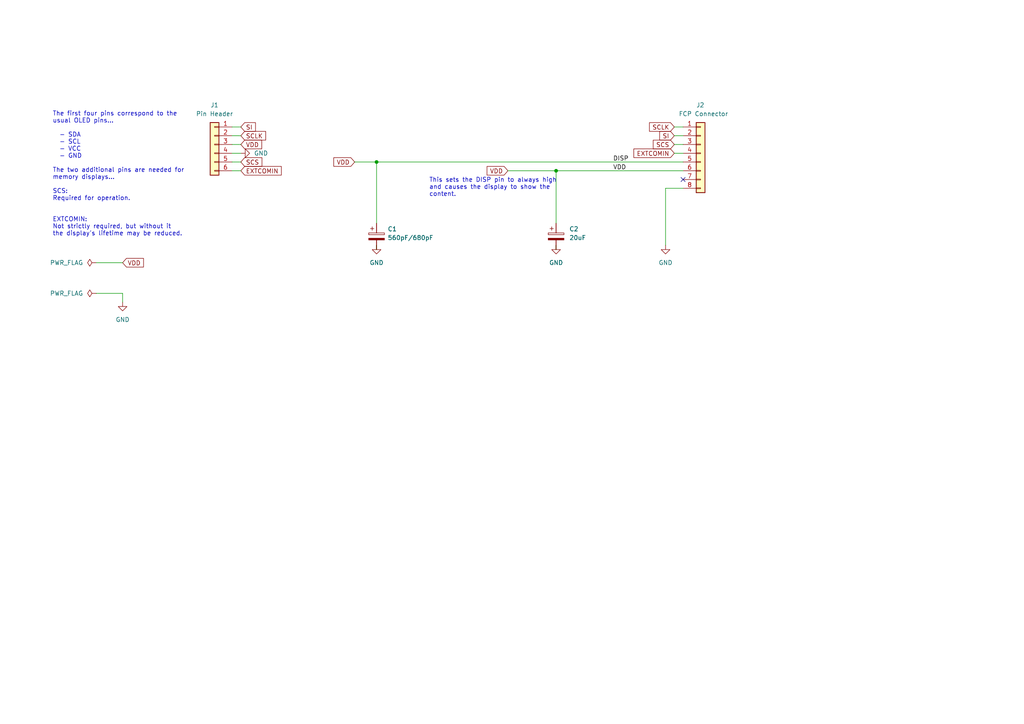
<source format=kicad_sch>
(kicad_sch (version 20211123) (generator eeschema)
  (paper "A4")
  (title_block (title "Sharp Memory Display Breakout Board (LS012B7DD01)") (date "2022-04-23") (rev "v0.1"))
  (lib_symbols
    (symbol "Connector_Generic:Conn_01x06" (pin_names (offset 1.016) hide)
      (property "Reference" "J" (at 0 7.62 0))
      (property "Value" "Conn_01x06" (at 0 -10.16 0))
      (symbol "Conn_01x06_1_1"
        (rectangle (start -1.27 -7.493) (end 0 -7.747) (stroke (width 0.1524)))
        (rectangle (start -1.27 -4.953) (end 0 -5.207) (stroke (width 0.1524)))
        (rectangle (start -1.27 -2.413) (end 0 -2.667) (stroke (width 0.1524)))
        (rectangle (start -1.27 0.127) (end 0 -0.127) (stroke (width 0.1524)))
        (rectangle (start -1.27 2.667) (end 0 2.413) (stroke (width 0.1524)))
        (rectangle (start -1.27 5.207) (end 0 4.953) (stroke (width 0.1524)))
        (rectangle (start -1.27 6.35) (end 1.27 -8.89) (stroke (width 0.254)) (fill (type background)))
        (pin passive line (at -5.08 5.08 0) (length 3.81) (name "Pin_1") (number "1"))
        (pin passive line (at -5.08 2.54 0) (length 3.81) (name "Pin_2") (number "2"))
        (pin passive line (at -5.08 0 0) (length 3.81) (name "Pin_3") (number "3"))
        (pin passive line (at -5.08 -2.54 0) (length 3.81) (name "Pin_4") (number "4"))
        (pin passive line (at -5.08 -5.08 0) (length 3.81) (name "Pin_5") (number "5"))
        (pin passive line (at -5.08 -7.62 0) (length 3.81) (name "Pin_6") (number "6"))
      )
    )
    (symbol "Connector_Generic:Conn_01x08" (pin_names (offset 1.016) hide)
      (property "Reference" "J" (at 0 10.16 0))
      (property "Value" "Conn_01x08" (at 0 -12.7 0))
      (symbol "Conn_01x08_1_1"
        (rectangle (start -1.27 -10.033) (end 0 -10.287) (stroke (width 0.1524)))
        (rectangle (start -1.27 -7.493) (end 0 -7.747) (stroke (width 0.1524)))
        (rectangle (start -1.27 -4.953) (end 0 -5.207) (stroke (width 0.1524)))
        (rectangle (start -1.27 -2.413) (end 0 -2.667) (stroke (width 0.1524)))
        (rectangle (start -1.27 0.127) (end 0 -0.127) (stroke (width 0.1524)))
        (rectangle (start -1.27 2.667) (end 0 2.413) (stroke (width 0.1524)))
        (rectangle (start -1.27 5.207) (end 0 4.953) (stroke (width 0.1524)))
        (rectangle (start -1.27 7.747) (end 0 7.493) (stroke (width 0.1524)))
        (rectangle (start -1.27 8.89) (end 1.27 -11.43) (stroke (width 0.254)) (fill (type background)))
        (pin passive line (at -5.08 7.62 0) (length 3.81) (name "Pin_1") (number "1"))
        (pin passive line (at -5.08 5.08 0) (length 3.81) (name "Pin_2") (number "2"))
        (pin passive line (at -5.08 2.54 0) (length 3.81) (name "Pin_3") (number "3"))
        (pin passive line (at -5.08 0 0) (length 3.81) (name "Pin_4") (number "4"))
        (pin passive line (at -5.08 -2.54 0) (length 3.81) (name "Pin_5") (number "5"))
        (pin passive line (at -5.08 -5.08 0) (length 3.81) (name "Pin_6") (number "6"))
        (pin passive line (at -5.08 -7.62 0) (length 3.81) (name "Pin_7") (number "7"))
        (pin passive line (at -5.08 -10.16 0) (length 3.81) (name "Pin_8") (number "8"))
      )
    )
    (symbol "Device:C_Polarized" (pin_numbers hide) (pin_names (offset 0.254))
      (property "Reference" "C" (at 0.635 2.54 0))
      (property "Value" "C_Polarized" (at 0.635 -2.54 0))
      (symbol "C_Polarized_0_1"
        (rectangle (start -2.286 0.508) (end 2.286 1.016))
        (polyline (pts (xy -1.778 2.286) (xy -0.762 2.286)))
        (polyline (pts (xy -1.27 2.794) (xy -1.27 1.778)))
        (rectangle (start 2.286 -0.508) (end -2.286 -1.016) (fill (type outline)))
      )
      (symbol "C_Polarized_1_1"
        (pin passive line (at 0 3.81 270) (length 2.794) (name "~") (number "1"))
        (pin passive line (at 0 -3.81 90) (length 2.794) (name "~") (number "2"))
      )
    )
    (symbol "power:GND" (power) (pin_names (offset 0))
      (property "Value" "GND" (at 0 -3.81 0))
      (symbol "GND_0_1"
        (polyline (pts (xy 0 0) (xy 0 -1.27) (xy 1.27 -1.27) (xy 0 -2.54) (xy -1.27 -1.27) (xy 0 -1.27)))
      )
      (symbol "GND_1_1"
        (pin power_in line (at 0 0 270) (length 0) hide (name "GND") (number "1"))
      )
    )
    (symbol "power:PWR_FLAG" (power) (pin_numbers hide) (pin_names (offset 0) hide)
      (property "Value" "PWR_FLAG" (at 0 3.81 0))
      (symbol "PWR_FLAG_0_0"
        (pin power_out line (at 0 0 90) (length 0) (name "pwr") (number "1"))
      )
      (symbol "PWR_FLAG_0_1"
        (polyline (pts (xy 0 0) (xy 0 1.27) (xy -1.016 1.905) (xy 0 2.54) (xy 1.016 1.905) (xy 0 1.27)))
      )
    )
  )
  (junction (at 161.29 49.53))
  (junction (at 109.22 46.99))
  (no_connect (at 198.12 52.07))
  (wire (pts (xy 67.31 44.45) (xy 69.85 44.45)))
  (wire (pts (xy 195.58 44.45) (xy 198.12 44.45)))
  (wire (pts (xy 109.22 46.99) (xy 198.12 46.99)))
  (wire (pts (xy 161.29 71.12) (xy 161.29 72.39)))
  (wire (pts (xy 161.29 49.53) (xy 161.29 64.77)))
  (wire (pts (xy 67.31 41.91) (xy 69.85 41.91)))
  (wire (pts (xy 27.94 85.09) (xy 35.56 85.09)))
  (wire (pts (xy 67.31 39.37) (xy 69.85 39.37)))
  (wire (pts (xy 195.58 36.83) (xy 198.12 36.83)))
  (wire (pts (xy 193.04 54.61) (xy 198.12 54.61)))
  (wire (pts (xy 193.04 71.12) (xy 193.04 54.61)))
  (wire (pts (xy 109.22 46.99) (xy 109.22 64.77)))
  (wire (pts (xy 27.94 76.2) (xy 35.56 76.2)))
  (wire (pts (xy 161.29 49.53) (xy 198.12 49.53)))
  (wire (pts (xy 109.22 71.12) (xy 109.22 72.39)))
  (wire (pts (xy 67.31 49.53) (xy 69.85 49.53)))
  (wire (pts (xy 67.31 46.99) (xy 69.85 46.99)))
  (wire (pts (xy 195.58 39.37) (xy 198.12 39.37)))
  (wire (pts (xy 35.56 85.09) (xy 35.56 87.63)))
  (wire (pts (xy 195.58 41.91) (xy 198.12 41.91)))
  (wire (pts (xy 102.87 46.99) (xy 109.22 46.99)))
  (wire (pts (xy 147.32 49.53) (xy 161.29 49.53)))
  (wire (pts (xy 67.31 36.83) (xy 69.85 36.83)))
  (text "The first four pins correspond to the\nusual OLED pins...\n\n  - SDA\n  - SCL\n  - VCC\n  - GND\n\nThe two additional pins are needed for\nmemory displays...\n\nSCS:\nRequired for operation.\n\n\nEXTCOMIN:\nNot strictly required, but without it\nthe display's lifetime may be reduced." (at 15.24 68.58 0) (effects (font (size 1.27 1.27)) (justify left bottom)))
  (text "This sets the DISP pin to always high\nand causes the display to show the\ncontent." (at 124.46 57.15 0) (effects (font (size 1.27 1.27)) (justify left bottom)))
  (label "VDD" (at 177.8 49.53 0))
  (label "DISP" (at 177.8 46.99 0))
  (global_label "EXTCOMIN" (shape input) (at 69.85 49.53 0) (property "Intersheet References" "${INTERSHEET_REFS}" (effects hide)))
  (global_label "SCS" (shape input) (at 195.58 41.91 180) (property "Intersheet References" "${INTERSHEET_REFS}" (effects hide)))
  (global_label "VDD" (shape input) (at 102.87 46.99 180) (property "Intersheet References" "${INTERSHEET_REFS}" (effects hide)))
  (global_label "SCLK" (shape input) (at 69.85 39.37 0) (property "Intersheet References" "${INTERSHEET_REFS}" (effects hide)))
  (global_label "VDD" (shape input) (at 69.85 41.91 0) (property "Intersheet References" "${INTERSHEET_REFS}" (effects hide)))
  (global_label "EXTCOMIN" (shape input) (at 195.58 44.45 180) (property "Intersheet References" "${INTERSHEET_REFS}" (effects hide)))
  (global_label "SCLK" (shape input) (at 195.58 36.83 180) (property "Intersheet References" "${INTERSHEET_REFS}" (effects hide)))
  (global_label "VDD" (shape input) (at 147.32 49.53 180) (property "Intersheet References" "${INTERSHEET_REFS}" (effects hide)))
  (global_label "SI" (shape input) (at 69.85 36.83 0) (property "Intersheet References" "${INTERSHEET_REFS}" (effects hide)))
  (global_label "SI" (shape input) (at 195.58 39.37 180) (property "Intersheet References" "${INTERSHEET_REFS}" (effects hide)))
  (global_label "VDD" (shape input) (at 35.56 76.2 0) (property "Intersheet References" "${INTERSHEET_REFS}" (effects hide)))
  (global_label "SCS" (shape input) (at 69.85 46.99 0) (property "Intersheet References" "${INTERSHEET_REFS}" (effects hide)))
  (symbol (lib_id "Connector_Generic:Conn_01x08") (at 203.2 44.45 0) (unit 1)
    (property "Reference" "J2" (at 201.93 30.48 0) (effects (justify left)))
    (property "Value" "FCP Connector" (at 196.85 33.02 0) (effects (justify left)))
    (property "Footprint" "Connector_FFC-FPC:Hirose_FH12-8S-0.5SH_1x08-1MP_P0.50mm_Horizontal" (effects hide))
  )
  (symbol (lib_id "power:PWR_FLAG") (at 27.94 76.2 90) (unit 1)
    (property "Reference" "#FLG0101" (effects hide))
    (property "Value" "PWR_FLAG" (at 24.13 76.1999 90) (effects (justify left)))
  )
  (symbol (lib_id "power:GND") (at 69.85 44.45 90) (unit 1)
    (property "Reference" "#PWR01" (effects hide))
    (property "Value" "GND" (at 73.66 44.4499 90) (effects (justify right)))
  )
  (symbol (lib_id "power:GND") (at 193.04 71.12 0) (unit 1)
    (property "Reference" "#PWR04" (effects hide))
    (property "Value" "GND" (at 193.04 76.2 0))
  )
  (symbol (lib_id "Device:C_Polarized") (at 161.29 68.58 0) (unit 1)
    (property "Reference" "C2" (at 165.1 66.4209 0) (effects (justify left)))
    (property "Value" "20uF" (at 165.1 68.9609 0) (effects (justify left)))
    (property "Footprint" "Capacitor_SMD:C_0603_1608Metric_Pad1.08x0.95mm_HandSolder" (effects hide))
  )
  (symbol (lib_id "power:GND") (at 109.22 71.12 0) (unit 1)
    (property "Reference" "#PWR0101" (effects hide))
    (property "Value" "GND" (at 109.22 76.2 0))
  )
  (symbol (lib_id "Device:C_Polarized") (at 109.22 68.58 0) (unit 1)
    (property "Reference" "C1" (at 112.4237 66.4209 0) (effects (justify left)))
    (property "Value" "560pF/680pF" (at 112.4237 68.9609 0) (effects (justify left)))
    (property "Footprint" "Capacitor_SMD:C_0603_1608Metric_Pad1.08x0.95mm_HandSolder" (effects hide))
  )
  (symbol (lib_id "power:GND") (at 161.29 71.12 0) (unit 1)
    (property "Reference" "#PWR03" (effects hide))
    (property "Value" "GND" (at 161.29 76.2 0))
  )
  (symbol (lib_id "Connector_Generic:Conn_01x06") (at 62.23 41.91 0) (mirror y) (unit 1)
    (property "Reference" "J1" (at 62.23 30.48 0))
    (property "Value" "Pin Header" (at 62.23 33.02 0))
    (property "Footprint" "_mem_disp_ls012b7dd01:PinSocket_1x04_1x02_P2.54mm_Vertical" (effects hide))
  )
  (symbol (lib_id "power:PWR_FLAG") (at 27.94 85.09 90) (unit 1)
    (property "Reference" "#FLG0102" (effects hide))
    (property "Value" "PWR_FLAG" (at 24.13 85.0899 90) (effects (justify left)))
  )
  (symbol (lib_id "power:GND") (at 35.56 87.63 0) (unit 1)
    (property "Reference" "#PWR0102" (effects hide))
    (property "Value" "GND" (at 35.56 92.71 0))
  )
)
</source>
